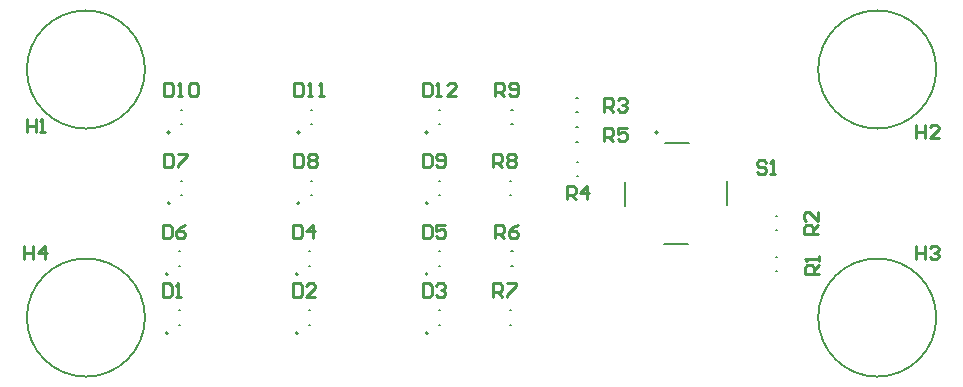
<source format=gbr>
%TF.GenerationSoftware,Altium Limited,Altium Designer,21.3.2 (30)*%
G04 Layer_Color=65535*
%FSLAX45Y45*%
%MOMM*%
%TF.SameCoordinates,29C89E41-5BB3-4AF8-996E-2FCDB6C4A0D1*%
%TF.FilePolarity,Positive*%
%TF.FileFunction,Legend,Top*%
%TF.Part,Single*%
G01*
G75*
%TA.AperFunction,NonConductor*%
%ADD21C,0.25400*%
%ADD28C,0.20000*%
D21*
X8129781Y2632132D02*
Y2517868D01*
Y2575000D01*
X8205956D01*
Y2632132D01*
Y2517868D01*
X8320219D02*
X8244044D01*
X8320219Y2594044D01*
Y2613088D01*
X8301175Y2632132D01*
X8263088D01*
X8244044Y2613088D01*
X8129781Y1607132D02*
Y1492868D01*
Y1550000D01*
X8205956D01*
Y1607132D01*
Y1492868D01*
X8244044Y1588088D02*
X8263088Y1607132D01*
X8301175D01*
X8320219Y1588088D01*
Y1569044D01*
X8301175Y1550000D01*
X8282132D01*
X8301175D01*
X8320219Y1530956D01*
Y1511912D01*
X8301175Y1492868D01*
X8263088D01*
X8244044Y1511912D01*
X598825Y2682132D02*
Y2567869D01*
Y2625000D01*
X675000D01*
Y2682132D01*
Y2567869D01*
X713088D02*
X751176D01*
X732132D01*
Y2682132D01*
X713088Y2663088D01*
X579781Y1607132D02*
Y1492868D01*
Y1550000D01*
X655956D01*
Y1607132D01*
Y1492868D01*
X751175D02*
Y1607132D01*
X694044Y1550000D01*
X770219D01*
X4566160Y2873960D02*
Y2988223D01*
X4623291D01*
X4642335Y2969179D01*
Y2931091D01*
X4623291Y2912048D01*
X4566160D01*
X4604248D02*
X4642335Y2873960D01*
X4680423Y2893004D02*
X4699467Y2873960D01*
X4737554D01*
X4756598Y2893004D01*
Y2969179D01*
X4737554Y2988223D01*
X4699467D01*
X4680423Y2969179D01*
Y2950135D01*
X4699467Y2931091D01*
X4756598D01*
X4550920Y2274520D02*
Y2388783D01*
X4608051D01*
X4627095Y2369739D01*
Y2331651D01*
X4608051Y2312608D01*
X4550920D01*
X4589008D02*
X4627095Y2274520D01*
X4665183Y2369739D02*
X4684227Y2388783D01*
X4722314D01*
X4741358Y2369739D01*
Y2350695D01*
X4722314Y2331651D01*
X4741358Y2312608D01*
Y2293564D01*
X4722314Y2274520D01*
X4684227D01*
X4665183Y2293564D01*
Y2312608D01*
X4684227Y2331651D01*
X4665183Y2350695D01*
Y2369739D01*
X4684227Y2331651D02*
X4722314D01*
X4566160Y1672540D02*
Y1786803D01*
X4623291D01*
X4642335Y1767759D01*
Y1729671D01*
X4623291Y1710628D01*
X4566160D01*
X4604248D02*
X4642335Y1672540D01*
X4756598Y1786803D02*
X4718511Y1767759D01*
X4680423Y1729671D01*
Y1691584D01*
X4699467Y1672540D01*
X4737554D01*
X4756598Y1691584D01*
Y1710628D01*
X4737554Y1729671D01*
X4680423D01*
X3951480Y2988223D02*
Y2873960D01*
X4008611D01*
X4027655Y2893004D01*
Y2969179D01*
X4008611Y2988223D01*
X3951480D01*
X4065743Y2873960D02*
X4103831D01*
X4084787D01*
Y2988223D01*
X4065743Y2969179D01*
X4237138Y2873960D02*
X4160962D01*
X4237138Y2950135D01*
Y2969179D01*
X4218094Y2988223D01*
X4180006D01*
X4160962Y2969179D01*
X2864360Y2988223D02*
Y2873960D01*
X2921491D01*
X2940535Y2893004D01*
Y2969179D01*
X2921491Y2988223D01*
X2864360D01*
X2978623Y2873960D02*
X3016711D01*
X2997667D01*
Y2988223D01*
X2978623Y2969179D01*
X3073842Y2873960D02*
X3111930D01*
X3092886D01*
Y2988223D01*
X3073842Y2969179D01*
X1764540Y2988223D02*
Y2873960D01*
X1821671D01*
X1840715Y2893004D01*
Y2969179D01*
X1821671Y2988223D01*
X1764540D01*
X1878803Y2873960D02*
X1916891D01*
X1897847D01*
Y2988223D01*
X1878803Y2969179D01*
X1974022D02*
X1993066Y2988223D01*
X2031154D01*
X2050198Y2969179D01*
Y2893004D01*
X2031154Y2873960D01*
X1993066D01*
X1974022Y2893004D01*
Y2969179D01*
X3951480Y2388783D02*
Y2274520D01*
X4008611D01*
X4027655Y2293564D01*
Y2369739D01*
X4008611Y2388783D01*
X3951480D01*
X4065743Y2293564D02*
X4084787Y2274520D01*
X4122874D01*
X4141918Y2293564D01*
Y2369739D01*
X4122874Y2388783D01*
X4084787D01*
X4065743Y2369739D01*
Y2350695D01*
X4084787Y2331651D01*
X4141918D01*
X2864360Y2388783D02*
Y2274520D01*
X2921491D01*
X2940535Y2293564D01*
Y2369739D01*
X2921491Y2388783D01*
X2864360D01*
X2978623Y2369739D02*
X2997667Y2388783D01*
X3035754D01*
X3054798Y2369739D01*
Y2350695D01*
X3035754Y2331651D01*
X3054798Y2312608D01*
Y2293564D01*
X3035754Y2274520D01*
X2997667D01*
X2978623Y2293564D01*
Y2312608D01*
X2997667Y2331651D01*
X2978623Y2350695D01*
Y2369739D01*
X2997667Y2331651D02*
X3035754D01*
X1764540Y2388783D02*
Y2274520D01*
X1821671D01*
X1840715Y2293564D01*
Y2369739D01*
X1821671Y2388783D01*
X1764540D01*
X1878803D02*
X1954978D01*
Y2369739D01*
X1878803Y2293564D01*
Y2274520D01*
X1749300Y1786803D02*
Y1672540D01*
X1806431D01*
X1825475Y1691584D01*
Y1767759D01*
X1806431Y1786803D01*
X1749300D01*
X1939738D02*
X1901651Y1767759D01*
X1863563Y1729671D01*
Y1691584D01*
X1882607Y1672540D01*
X1920694D01*
X1939738Y1691584D01*
Y1710628D01*
X1920694Y1729671D01*
X1863563D01*
X3951480Y1786803D02*
Y1672540D01*
X4008611D01*
X4027655Y1691584D01*
Y1767759D01*
X4008611Y1786803D01*
X3951480D01*
X4141918D02*
X4065743D01*
Y1729671D01*
X4103831Y1748715D01*
X4122874D01*
X4141918Y1729671D01*
Y1691584D01*
X4122874Y1672540D01*
X4084787D01*
X4065743Y1691584D01*
X2851660Y1786803D02*
Y1672540D01*
X2908791D01*
X2927835Y1691584D01*
Y1767759D01*
X2908791Y1786803D01*
X2851660D01*
X3023054Y1672540D02*
Y1786803D01*
X2965923Y1729671D01*
X3042098D01*
X6856650Y2311338D02*
X6837606Y2330382D01*
X6799519D01*
X6780475Y2311338D01*
Y2292294D01*
X6799519Y2273250D01*
X6837606D01*
X6856650Y2254207D01*
Y2235163D01*
X6837606Y2216119D01*
X6799519D01*
X6780475Y2235163D01*
X6894738Y2216119D02*
X6932826D01*
X6913782D01*
Y2330382D01*
X6894738Y2311338D01*
X4550920Y1174700D02*
Y1288963D01*
X4608051D01*
X4627095Y1269919D01*
Y1231831D01*
X4608051Y1212788D01*
X4550920D01*
X4589008D02*
X4627095Y1174700D01*
X4665183Y1288963D02*
X4741358D01*
Y1269919D01*
X4665183Y1193744D01*
Y1174700D01*
X5487281Y2492869D02*
Y2607132D01*
X5544412D01*
X5563456Y2588088D01*
Y2550000D01*
X5544412Y2530956D01*
X5487281D01*
X5525368D02*
X5563456Y2492869D01*
X5677719Y2607132D02*
X5601544D01*
Y2550000D01*
X5639632Y2569044D01*
X5658675D01*
X5677719Y2550000D01*
Y2511912D01*
X5658675Y2492869D01*
X5620588D01*
X5601544Y2511912D01*
X5170114Y2000702D02*
Y2114966D01*
X5227246D01*
X5246290Y2095922D01*
Y2057834D01*
X5227246Y2038790D01*
X5170114D01*
X5208202D02*
X5246290Y2000702D01*
X5341509D02*
Y2114966D01*
X5284378Y2057834D01*
X5360553D01*
X5487281Y2742869D02*
Y2857132D01*
X5544412D01*
X5563456Y2838088D01*
Y2800000D01*
X5544412Y2780956D01*
X5487281D01*
X5525368D02*
X5563456Y2742869D01*
X5601544Y2838088D02*
X5620588Y2857132D01*
X5658675D01*
X5677719Y2838088D01*
Y2819044D01*
X5658675Y2800000D01*
X5639632D01*
X5658675D01*
X5677719Y2780956D01*
Y2761912D01*
X5658675Y2742869D01*
X5620588D01*
X5601544Y2761912D01*
X7294500Y1704781D02*
X7180236D01*
Y1761912D01*
X7199280Y1780956D01*
X7237368D01*
X7256412Y1761912D01*
Y1704781D01*
Y1742868D02*
X7294500Y1780956D01*
Y1895219D02*
Y1819044D01*
X7218324Y1895219D01*
X7199280D01*
X7180236Y1876175D01*
Y1838088D01*
X7199280Y1819044D01*
X7303480Y1364844D02*
X7189217D01*
Y1421976D01*
X7208260Y1441020D01*
X7246348D01*
X7265392Y1421976D01*
Y1364844D01*
Y1402932D02*
X7303480Y1441020D01*
Y1479108D02*
Y1517195D01*
Y1498151D01*
X7189217D01*
X7208260Y1479108D01*
X3951480Y1288963D02*
Y1174700D01*
X4008611D01*
X4027655Y1193744D01*
Y1269919D01*
X4008611Y1288963D01*
X3951480D01*
X4065743Y1269919D02*
X4084787Y1288963D01*
X4122874D01*
X4141918Y1269919D01*
Y1250875D01*
X4122874Y1231831D01*
X4103831D01*
X4122874D01*
X4141918Y1212788D01*
Y1193744D01*
X4122874Y1174700D01*
X4084787D01*
X4065743Y1193744D01*
X2851660Y1288963D02*
Y1174700D01*
X2908791D01*
X2927835Y1193744D01*
Y1269919D01*
X2908791Y1288963D01*
X2851660D01*
X3042098Y1174700D02*
X2965923D01*
X3042098Y1250875D01*
Y1269919D01*
X3023054Y1288963D01*
X2984967D01*
X2965923Y1269919D01*
X1749300Y1288963D02*
Y1174700D01*
X1806431D01*
X1825475Y1193744D01*
Y1269919D01*
X1806431Y1288963D01*
X1749300D01*
X1863563Y1174700D02*
X1901651D01*
X1882607D01*
Y1288963D01*
X1863563Y1269919D01*
D28*
X3995308Y2567500D02*
G03*
X3995308Y2567500I-10308J0D01*
G01*
X2910308D02*
G03*
X2910308Y2567500I-10308J0D01*
G01*
X1810308D02*
G03*
X1810308Y2567500I-10308J0D01*
G01*
X3995308Y1967500D02*
G03*
X3995308Y1967500I-10308J0D01*
G01*
X2910308D02*
G03*
X2910308Y1967500I-10308J0D01*
G01*
X1810308D02*
G03*
X1810308Y1967500I-10308J0D01*
G01*
X1795308Y1367500D02*
G03*
X1795308Y1367500I-10308J0D01*
G01*
X3995308D02*
G03*
X3995308Y1367500I-10308J0D01*
G01*
X2895308D02*
G03*
X2895308Y1367500I-10308J0D01*
G01*
X3995308Y867500D02*
G03*
X3995308Y867500I-10308J0D01*
G01*
X2895308D02*
G03*
X2895308Y867500I-10308J0D01*
G01*
X1795308D02*
G03*
X1795308Y867500I-10308J0D01*
G01*
X8300000Y1000000D02*
G03*
X8300000Y1000000I-500000J0D01*
G01*
Y3100000D02*
G03*
X8300000Y3100000I-500000J0D01*
G01*
X1600000D02*
G03*
X1600000Y3100000I-500000J0D01*
G01*
Y1000000D02*
G03*
X1600000Y1000000I-500000J0D01*
G01*
X5940294Y2566188D02*
G03*
X5940294Y2566188I-10000J0D01*
G01*
X4087500Y2760000D02*
X4097500D01*
X4087500Y2640000D02*
X4097500D01*
X3002500Y2760000D02*
X3012500D01*
X3002500Y2640000D02*
X3012500D01*
X1902500Y2760000D02*
X1912500D01*
X1902500Y2640000D02*
X1912500D01*
X4087500Y2160000D02*
X4097500D01*
X4087500Y2040000D02*
X4097500D01*
X3002500Y2160000D02*
X3012500D01*
X3002500Y2040000D02*
X3012500D01*
X1902500Y2160000D02*
X1912500D01*
X1902500Y2040000D02*
X1912500D01*
X1887500Y1560000D02*
X1897500D01*
X1887500Y1440000D02*
X1897500D01*
X4087500Y1560000D02*
X4097500D01*
X4087500Y1440000D02*
X4097500D01*
X2987500Y1560000D02*
X2997500D01*
X2987500Y1440000D02*
X2997500D01*
X4087500Y1060000D02*
X4097500D01*
X4087500Y940000D02*
X4097500D01*
X2987500Y1060000D02*
X2997500D01*
X2987500Y940000D02*
X2997500D01*
X1887499Y1060000D02*
X1897499D01*
X1887499Y940000D02*
X1897499D01*
X6529567Y1949237D02*
Y2154298D01*
X5999237Y2479568D02*
X6204298D01*
X5993934Y1618665D02*
X6198995D01*
X5668665Y1943934D02*
Y2148995D01*
X4702500Y2760000D02*
X4712500D01*
X4702500Y2640000D02*
X4712500D01*
X4687499Y1060000D02*
X4697499D01*
X4687499Y940000D02*
X4697499D01*
X5260334Y2197834D02*
X5270334D01*
X5260334Y2317834D02*
X5270334D01*
X5252500Y2490000D02*
X5262500D01*
X5252500Y2610000D02*
X5262500D01*
X5252500Y2740000D02*
X5262500D01*
X5252500Y2860000D02*
X5262500D01*
X6945000Y1510000D02*
X6955000D01*
X6945000Y1390000D02*
X6955000D01*
X6945000Y1860000D02*
X6955000D01*
X6945000Y1740000D02*
X6955000D01*
X4687500Y2160000D02*
X4697500D01*
X4687500Y2040000D02*
X4697500D01*
X4702500Y1560000D02*
X4712500D01*
X4702500Y1440000D02*
X4712500D01*
%TF.MD5,def74d56d28c05724330963f50216a83*%
M02*

</source>
